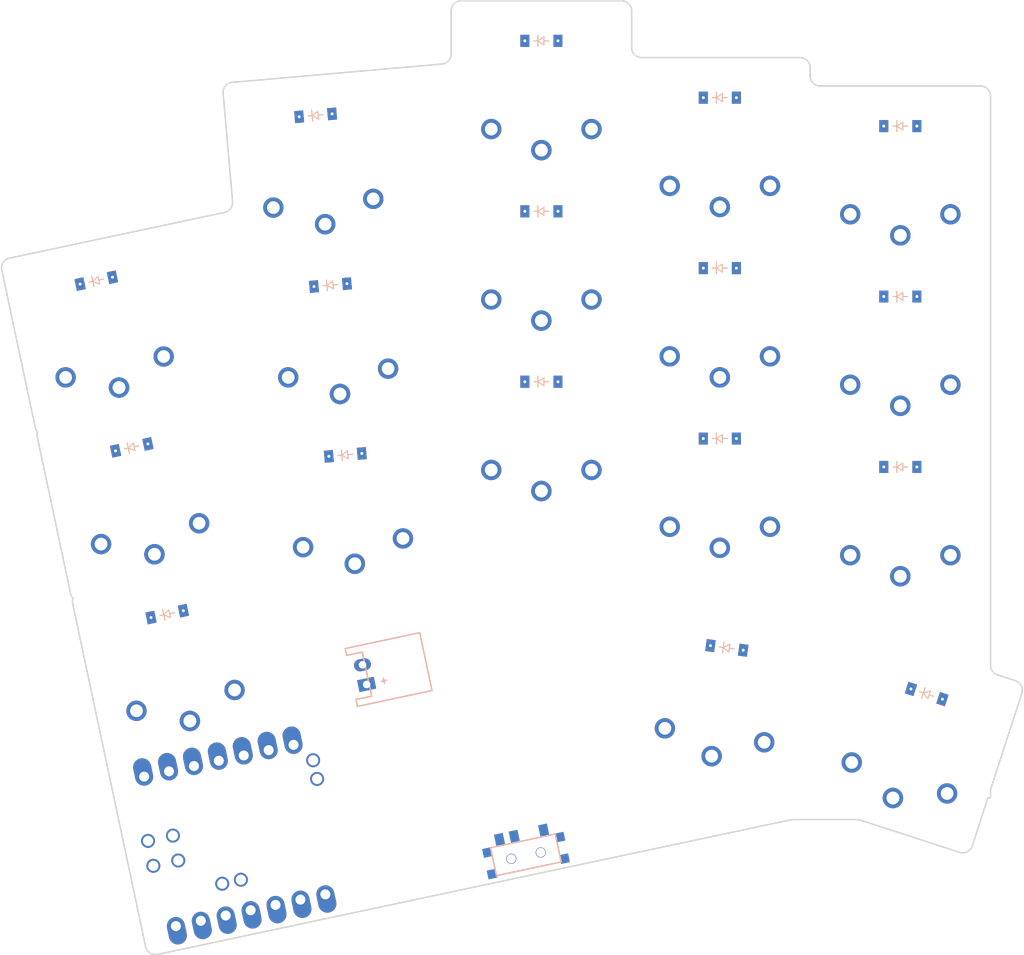
<source format=kicad_pcb>
(kicad_pcb (version 20171130) (host pcbnew 5.1.6)
  (title_block (title a_quax) (rev v1.0.0) (company Unknown))
  (layers (0 F.Cu signal) (31 B.Cu signal) (34 B.Paste user) (35 F.Paste user) (36 B.SilkS user) (37 F.SilkS user) (38 B.Mask user) (39 F.Mask user) (44 Edge.Cuts user))
  (net 0 "")
  (net 1 "pinky_bottom")
  (net 2 "P2")
  (net 3 "P7")
  (net 4 "pinky_home")
  (net 5 "P8")
  (net 6 "pinky_top")
  (net 7 "P9")
  (net 8 "ring_bottom")
  (net 9 "P3")
  (net 10 "ring_home")
  (net 11 "ring_top")
  (net 12 "middle_bottom")
  (net 13 "P4")
  (net 14 "middle_home")
  (net 15 "middle_top")
  (net 16 "index_bottom")
  (net 17 "P5")
  (net 18 "index_home")
  (net 19 "index_top")
  (net 20 "inner_bottom")
  (net 21 "P6")
  (net 22 "inner_home")
  (net 23 "inner_top")
  (net 24 "first_only")
  (net 25 "P10")
  (net 26 "second_only")
  (net 27 "VCC5")
  (net 28 "GND")
  (net 29 "VCC3")
  (net 30 "RST")
  (net 31 "RAW")
  (net 32 "NFC0")
  (net 33 "NFC1")
  (net 34 "CLK")
  (net 35 "DIO")
  (net 36 "P0")
  (net 37 "P1")
  (net 38 "RAWER")
  (module PG1350 (layer F.Cu) (at 14.4655013 0.3714908000000001 192)
    (fp_text reference "S1" hide)
    (fp_text value "" hide)
    (pad "" np_thru_hole circle (at 0 0) (size 3.429 3.429) (drill 3.429) (layers *.Cu *.Mask))
    (pad "" np_thru_hole circle (at 5.5 0) (size 1.7018 1.7018) (drill 1.7018) (layers *.Cu *.Mask))
    (pad "" np_thru_hole circle (at -5.5 0) (size 1.7018 1.7018) (drill 1.7018) (layers *.Cu *.Mask))
    (pad 1 thru_hole circle (at 5 -3.8) (size 2.032 2.032) (drill 1.27) (layers *.Cu *.Mask) (net 1 "pinky_bottom"))
    (pad 2 thru_hole circle (at 0 -5.9) (size 2.032 2.032) (drill 1.27) (layers *.Cu *.Mask) (net 2 "P2"))
    (pad 1 thru_hole circle (at -5 -3.8) (size 2.032 2.032) (drill 1.27) (layers *.Cu *.Mask) (net 1 "pinky_bottom"))
    (pad 2 thru_hole circle (at -0 -5.9) (size 2.032 2.032) (drill 1.27) (layers *.Cu *.Mask) (net 2 "P2"))
  )
  (footprint "ComboDiode" (layer "F.Cu") (at 13.4259428 -4.5192472 12)
    (fp_text reference "D1" hide)
    (fp_text value "" hide)
    (pad 1 thru_hole circle (at -1.65 0 12) (size 0.6 0.6) (drill 0.3) (layers *.Cu *.Mask) (net 3 "P7"))
    (pad 1 smd rect (at -1.65 0 12) (size 0.9 1.2) (layers "B.Cu" "B.Paste" "B.Mask") (net 3 "P7"))
    (pad 1 smd rect (at -1.65 0 12) (size 0.9 1.2) (layers "F.Cu" "F.Paste" "F.Mask") (net 3 "P7"))
    (pad 2 smd rect (at 1.65 0 12) (size 0.9 1.2) (layers "F.Cu" "F.Paste" "F.Mask") (net 1 "pinky_bottom"))
    (pad 2 smd rect (at 1.65 0 12) (size 0.9 1.2) (layers "B.Cu" "B.Paste" "B.Mask") (net 1 "pinky_bottom"))
    (pad 2 thru_hole circle (at 1.65 0 12) (size 0.6 0.6) (drill 0.3) (layers *.Cu *.Mask) (net 1 "pinky_bottom"))
  )
  (module PG1350 (layer F.Cu) (at 10.9310025 -16.2570184 192)
    (fp_text reference "S2" hide)
    (fp_text value "" hide)
    (pad "" np_thru_hole circle (at 0 0) (size 3.429 3.429) (drill 3.429) (layers *.Cu *.Mask))
    (pad "" np_thru_hole circle (at 5.5 0) (size 1.7018 1.7018) (drill 1.7018) (layers *.Cu *.Mask))
    (pad "" np_thru_hole circle (at -5.5 0) (size 1.7018 1.7018) (drill 1.7018) (layers *.Cu *.Mask))
    (pad 1 thru_hole circle (at 5 -3.8) (size 2.032 2.032) (drill 1.27) (layers *.Cu *.Mask) (net 4 "pinky_home"))
    (pad 2 thru_hole circle (at 0 -5.9) (size 2.032 2.032) (drill 1.27) (layers *.Cu *.Mask) (net 2 "P2"))
    (pad 1 thru_hole circle (at -5 -3.8) (size 2.032 2.032) (drill 1.27) (layers *.Cu *.Mask) (net 4 "pinky_home"))
    (pad 2 thru_hole circle (at -0 -5.9) (size 2.032 2.032) (drill 1.27) (layers *.Cu *.Mask) (net 2 "P2"))
  )
  (footprint "ComboDiode" (layer "F.Cu") (at 9.891444 -21.1477564 12)
    (fp_text reference "D2" hide)
    (fp_text value "" hide)
    (pad 1 thru_hole circle (at -1.65 0 12) (size 0.6 0.6) (drill 0.3) (layers *.Cu *.Mask) (net 5 "P8"))
    (pad 1 smd rect (at -1.65 0 12) (size 0.9 1.2) (layers "B.Cu" "B.Paste" "B.Mask") (net 5 "P8"))
    (pad 1 smd rect (at -1.65 0 12) (size 0.9 1.2) (layers "F.Cu" "F.Paste" "F.Mask") (net 5 "P8"))
    (pad 2 smd rect (at 1.65 0 12) (size 0.9 1.2) (layers "F.Cu" "F.Paste" "F.Mask") (net 4 "pinky_home"))
    (pad 2 smd rect (at 1.65 0 12) (size 0.9 1.2) (layers "B.Cu" "B.Paste" "B.Mask") (net 4 "pinky_home"))
    (pad 2 thru_hole circle (at 1.65 0 12) (size 0.6 0.6) (drill 0.3) (layers *.Cu *.Mask) (net 4 "pinky_home"))
  )
  (module PG1350 (layer F.Cu) (at 7.3965038 -32.8855276 192)
    (fp_text reference "S3" hide)
    (fp_text value "" hide)
    (pad "" np_thru_hole circle (at 0 0) (size 3.429 3.429) (drill 3.429) (layers *.Cu *.Mask))
    (pad "" np_thru_hole circle (at 5.5 0) (size 1.7018 1.7018) (drill 1.7018) (layers *.Cu *.Mask))
    (pad "" np_thru_hole circle (at -5.5 0) (size 1.7018 1.7018) (drill 1.7018) (layers *.Cu *.Mask))
    (pad 1 thru_hole circle (at 5 -3.8) (size 2.032 2.032) (drill 1.27) (layers *.Cu *.Mask) (net 6 "pinky_top"))
    (pad 2 thru_hole circle (at 0 -5.9) (size 2.032 2.032) (drill 1.27) (layers *.Cu *.Mask) (net 2 "P2"))
    (pad 1 thru_hole circle (at -5 -3.8) (size 2.032 2.032) (drill 1.27) (layers *.Cu *.Mask) (net 6 "pinky_top"))
    (pad 2 thru_hole circle (at -0 -5.9) (size 2.032 2.032) (drill 1.27) (layers *.Cu *.Mask) (net 2 "P2"))
  )
  (footprint "ComboDiode" (layer "F.Cu") (at 6.3569453 -37.7762656 12)
    (fp_text reference "D3" hide)
    (fp_text value "" hide)
    (pad 1 thru_hole circle (at -1.65 0 12) (size 0.6 0.6) (drill 0.3) (layers *.Cu *.Mask) (net 7 "P9"))
    (pad 1 smd rect (at -1.65 0 12) (size 0.9 1.2) (layers "B.Cu" "B.Paste" "B.Mask") (net 7 "P9"))
    (pad 1 smd rect (at -1.65 0 12) (size 0.9 1.2) (layers "F.Cu" "F.Paste" "F.Mask") (net 7 "P9"))
    (pad 2 smd rect (at 1.65 0 12) (size 0.9 1.2) (layers "F.Cu" "F.Paste" "F.Mask") (net 6 "pinky_top"))
    (pad 2 smd rect (at 1.65 0 12) (size 0.9 1.2) (layers "B.Cu" "B.Paste" "B.Mask") (net 6 "pinky_top"))
    (pad 2 thru_hole circle (at 1.65 0 12) (size 0.6 0.6) (drill 0.3) (layers *.Cu *.Mask) (net 6 "pinky_top"))
  )
  (module PG1350 (layer F.Cu) (at 31.6300689 -15.4154915 185)
    (fp_text reference "S4" hide)
    (fp_text value "" hide)
    (pad "" np_thru_hole circle (at 0 0) (size 3.429 3.429) (drill 3.429) (layers *.Cu *.Mask))
    (pad "" np_thru_hole circle (at 5.5 0) (size 1.7018 1.7018) (drill 1.7018) (layers *.Cu *.Mask))
    (pad "" np_thru_hole circle (at -5.5 0) (size 1.7018 1.7018) (drill 1.7018) (layers *.Cu *.Mask))
    (pad 1 thru_hole circle (at 5 -3.8) (size 2.032 2.032) (drill 1.27) (layers *.Cu *.Mask) (net 8 "ring_bottom"))
    (pad 2 thru_hole circle (at 0 -5.9) (size 2.032 2.032) (drill 1.27) (layers *.Cu *.Mask) (net 9 "P3"))
    (pad 1 thru_hole circle (at -5 -3.8) (size 2.032 2.032) (drill 1.27) (layers *.Cu *.Mask) (net 8 "ring_bottom"))
    (pad 2 thru_hole circle (at -0 -5.9) (size 2.032 2.032) (drill 1.27) (layers *.Cu *.Mask) (net 9 "P3"))
  )
  (footprint "ComboDiode" (layer "F.Cu") (at 31.1942902 -20.396465 5)
    (fp_text reference "D4" hide)
    (fp_text value "" hide)
    (pad 1 thru_hole circle (at -1.65 0 5) (size 0.6 0.6) (drill 0.3) (layers *.Cu *.Mask) (net 3 "P7"))
    (pad 1 smd rect (at -1.65 0 5) (size 0.9 1.2) (layers "B.Cu" "B.Paste" "B.Mask") (net 3 "P7"))
    (pad 1 smd rect (at -1.65 0 5) (size 0.9 1.2) (layers "F.Cu" "F.Paste" "F.Mask") (net 3 "P7"))
    (pad 2 smd rect (at 1.65 0 5) (size 0.9 1.2) (layers "F.Cu" "F.Paste" "F.Mask") (net 8 "ring_bottom"))
    (pad 2 smd rect (at 1.65 0 5) (size 0.9 1.2) (layers "B.Cu" "B.Paste" "B.Mask") (net 8 "ring_bottom"))
    (pad 2 thru_hole circle (at 1.65 0 5) (size 0.6 0.6) (drill 0.3) (layers *.Cu *.Mask) (net 8 "ring_bottom"))
  )
  (module PG1350 (layer F.Cu) (at 30.1484212 -32.3508014 185)
    (fp_text reference "S5" hide)
    (fp_text value "" hide)
    (pad "" np_thru_hole circle (at 0 0) (size 3.429 3.429) (drill 3.429) (layers *.Cu *.Mask))
    (pad "" np_thru_hole circle (at 5.5 0) (size 1.7018 1.7018) (drill 1.7018) (layers *.Cu *.Mask))
    (pad "" np_thru_hole circle (at -5.5 0) (size 1.7018 1.7018) (drill 1.7018) (layers *.Cu *.Mask))
    (pad 1 thru_hole circle (at 5 -3.8) (size 2.032 2.032) (drill 1.27) (layers *.Cu *.Mask) (net 10 "ring_home"))
    (pad 2 thru_hole circle (at 0 -5.9) (size 2.032 2.032) (drill 1.27) (layers *.Cu *.Mask) (net 9 "P3"))
    (pad 1 thru_hole circle (at -5 -3.8) (size 2.032 2.032) (drill 1.27) (layers *.Cu *.Mask) (net 10 "ring_home"))
    (pad 2 thru_hole circle (at -0 -5.9) (size 2.032 2.032) (drill 1.27) (layers *.Cu *.Mask) (net 9 "P3"))
  )
  (footprint "ComboDiode" (layer "F.Cu") (at 29.7126425 -37.3317749 5)
    (fp_text reference "D5" hide)
    (fp_text value "" hide)
    (pad 1 thru_hole circle (at -1.65 0 5) (size 0.6 0.6) (drill 0.3) (layers *.Cu *.Mask) (net 5 "P8"))
    (pad 1 smd rect (at -1.65 0 5) (size 0.9 1.2) (layers "B.Cu" "B.Paste" "B.Mask") (net 5 "P8"))
    (pad 1 smd rect (at -1.65 0 5) (size 0.9 1.2) (layers "F.Cu" "F.Paste" "F.Mask") (net 5 "P8"))
    (pad 2 smd rect (at 1.65 0 5) (size 0.9 1.2) (layers "F.Cu" "F.Paste" "F.Mask") (net 10 "ring_home"))
    (pad 2 smd rect (at 1.65 0 5) (size 0.9 1.2) (layers "B.Cu" "B.Paste" "B.Mask") (net 10 "ring_home"))
    (pad 2 thru_hole circle (at 1.65 0 5) (size 0.6 0.6) (drill 0.3) (layers *.Cu *.Mask) (net 10 "ring_home"))
  )
  (module PG1350 (layer F.Cu) (at 28.6667737 -49.2861113 185)
    (fp_text reference "S6" hide)
    (fp_text value "" hide)
    (pad "" np_thru_hole circle (at 0 0) (size 3.429 3.429) (drill 3.429) (layers *.Cu *.Mask))
    (pad "" np_thru_hole circle (at 5.5 0) (size 1.7018 1.7018) (drill 1.7018) (layers *.Cu *.Mask))
    (pad "" np_thru_hole circle (at -5.5 0) (size 1.7018 1.7018) (drill 1.7018) (layers *.Cu *.Mask))
    (pad 1 thru_hole circle (at 5 -3.8) (size 2.032 2.032) (drill 1.27) (layers *.Cu *.Mask) (net 11 "ring_top"))
    (pad 2 thru_hole circle (at 0 -5.9) (size 2.032 2.032) (drill 1.27) (layers *.Cu *.Mask) (net 9 "P3"))
    (pad 1 thru_hole circle (at -5 -3.8) (size 2.032 2.032) (drill 1.27) (layers *.Cu *.Mask) (net 11 "ring_top"))
    (pad 2 thru_hole circle (at -0 -5.9) (size 2.032 2.032) (drill 1.27) (layers *.Cu *.Mask) (net 9 "P3"))
  )
  (footprint "ComboDiode" (layer "F.Cu") (at 28.230995 -54.2670848 5)
    (fp_text reference "D6" hide)
    (fp_text value "" hide)
    (pad 1 thru_hole circle (at -1.65 0 5) (size 0.6 0.6) (drill 0.3) (layers *.Cu *.Mask) (net 7 "P9"))
    (pad 1 smd rect (at -1.65 0 5) (size 0.9 1.2) (layers "B.Cu" "B.Paste" "B.Mask") (net 7 "P9"))
    (pad 1 smd rect (at -1.65 0 5) (size 0.9 1.2) (layers "F.Cu" "F.Paste" "F.Mask") (net 7 "P9"))
    (pad 2 smd rect (at 1.65 0 5) (size 0.9 1.2) (layers "F.Cu" "F.Paste" "F.Mask") (net 11 "ring_top"))
    (pad 2 smd rect (at 1.65 0 5) (size 0.9 1.2) (layers "B.Cu" "B.Paste" "B.Mask") (net 11 "ring_top"))
    (pad 2 thru_hole circle (at 1.65 0 5) (size 0.6 0.6) (drill 0.3) (layers *.Cu *.Mask) (net 11 "ring_top"))
  )
  (module PG1350 (layer F.Cu) (at 50.7493385 -22.6940883 180)
    (fp_text reference "S7" hide)
    (fp_text value "" hide)
    (pad "" np_thru_hole circle (at 0 0) (size 3.429 3.429) (drill 3.429) (layers *.Cu *.Mask))
    (pad "" np_thru_hole circle (at 5.5 0) (size 1.7018 1.7018) (drill 1.7018) (layers *.Cu *.Mask))
    (pad "" np_thru_hole circle (at -5.5 0) (size 1.7018 1.7018) (drill 1.7018) (layers *.Cu *.Mask))
    (pad 1 thru_hole circle (at 5 -3.8) (size 2.032 2.032) (drill 1.27) (layers *.Cu *.Mask) (net 12 "middle_bottom"))
    (pad 2 thru_hole circle (at 0 -5.9) (size 2.032 2.032) (drill 1.27) (layers *.Cu *.Mask) (net 13 "P4"))
    (pad 1 thru_hole circle (at -5 -3.8) (size 2.032 2.032) (drill 1.27) (layers *.Cu *.Mask) (net 12 "middle_bottom"))
    (pad 2 thru_hole circle (at -0 -5.9) (size 2.032 2.032) (drill 1.27) (layers *.Cu *.Mask) (net 13 "P4"))
  )
  (footprint "ComboDiode" (layer "F.Cu") (at 50.7493385 -27.6940883 0)
    (fp_text reference "D7" hide)
    (fp_text value "" hide)
    (pad 1 thru_hole circle (at -1.65 0 0) (size 0.6 0.6) (drill 0.3) (layers *.Cu *.Mask) (net 3 "P7"))
    (pad 1 smd rect (at -1.65 0 0) (size 0.9 1.2) (layers "B.Cu" "B.Paste" "B.Mask") (net 3 "P7"))
    (pad 1 smd rect (at -1.65 0 0) (size 0.9 1.2) (layers "F.Cu" "F.Paste" "F.Mask") (net 3 "P7"))
    (pad 2 smd rect (at 1.65 0 0) (size 0.9 1.2) (layers "F.Cu" "F.Paste" "F.Mask") (net 12 "middle_bottom"))
    (pad 2 smd rect (at 1.65 0 0) (size 0.9 1.2) (layers "B.Cu" "B.Paste" "B.Mask") (net 12 "middle_bottom"))
    (pad 2 thru_hole circle (at 1.65 0 0) (size 0.6 0.6) (drill 0.3) (layers *.Cu *.Mask) (net 12 "middle_bottom"))
  )
  (module PG1350 (layer F.Cu) (at 50.7493386 -39.6940883 180)
    (fp_text reference "S8" hide)
    (fp_text value "" hide)
    (pad "" np_thru_hole circle (at 0 0) (size 3.429 3.429) (drill 3.429) (layers *.Cu *.Mask))
    (pad "" np_thru_hole circle (at 5.5 0) (size 1.7018 1.7018) (drill 1.7018) (layers *.Cu *.Mask))
    (pad "" np_thru_hole circle (at -5.5 0) (size 1.7018 1.7018) (drill 1.7018) (layers *.Cu *.Mask))
    (pad 1 thru_hole circle (at 5 -3.8) (size 2.032 2.032) (drill 1.27) (layers *.Cu *.Mask) (net 14 "middle_home"))
    (pad 2 thru_hole circle (at 0 -5.9) (size 2.032 2.032) (drill 1.27) (layers *.Cu *.Mask) (net 13 "P4"))
    (pad 1 thru_hole circle (at -5 -3.8) (size 2.032 2.032) (drill 1.27) (layers *.Cu *.Mask) (net 14 "middle_home"))
    (pad 2 thru_hole circle (at -0 -5.9) (size 2.032 2.032) (drill 1.27) (layers *.Cu *.Mask) (net 13 "P4"))
  )
  (footprint "ComboDiode" (layer "F.Cu") (at 50.7493386 -44.6940883 0)
    (fp_text reference "D8" hide)
    (fp_text value "" hide)
    (pad 1 thru_hole circle (at -1.65 0 0) (size 0.6 0.6) (drill 0.3) (layers *.Cu *.Mask) (net 5 "P8"))
    (pad 1 smd rect (at -1.65 0 0) (size 0.9 1.2) (layers "B.Cu" "B.Paste" "B.Mask") (net 5 "P8"))
    (pad 1 smd rect (at -1.65 0 0) (size 0.9 1.2) (layers "F.Cu" "F.Paste" "F.Mask") (net 5 "P8"))
    (pad 2 smd rect (at 1.65 0 0) (size 0.9 1.2) (layers "F.Cu" "F.Paste" "F.Mask") (net 14 "middle_home"))
    (pad 2 smd rect (at 1.65 0 0) (size 0.9 1.2) (layers "B.Cu" "B.Paste" "B.Mask") (net 14 "middle_home"))
    (pad 2 thru_hole circle (at 1.65 0 0) (size 0.6 0.6) (drill 0.3) (layers *.Cu *.Mask) (net 14 "middle_home"))
  )
  (module PG1350 (layer F.Cu) (at 50.7493386 -56.6940884 180)
    (fp_text reference "S9" hide)
    (fp_text value "" hide)
    (pad "" np_thru_hole circle (at 0 0) (size 3.429 3.429) (drill 3.429) (layers *.Cu *.Mask))
    (pad "" np_thru_hole circle (at 5.5 0) (size 1.7018 1.7018) (drill 1.7018) (layers *.Cu *.Mask))
    (pad "" np_thru_hole circle (at -5.5 0) (size 1.7018 1.7018) (drill 1.7018) (layers *.Cu *.Mask))
    (pad 1 thru_hole circle (at 5 -3.8) (size 2.032 2.032) (drill 1.27) (layers *.Cu *.Mask) (net 15 "middle_top"))
    (pad 2 thru_hole circle (at 0 -5.9) (size 2.032 2.032) (drill 1.27) (layers *.Cu *.Mask) (net 13 "P4"))
    (pad 1 thru_hole circle (at -5 -3.8) (size 2.032 2.032) (drill 1.27) (layers *.Cu *.Mask) (net 15 "middle_top"))
    (pad 2 thru_hole circle (at -0 -5.9) (size 2.032 2.032) (drill 1.27) (layers *.Cu *.Mask) (net 13 "P4"))
  )
  (footprint "ComboDiode" (layer "F.Cu") (at 50.7493386 -61.6940884 0)
    (fp_text reference "D9" hide)
    (fp_text value "" hide)
    (pad 1 thru_hole circle (at -1.65 0 0) (size 0.6 0.6) (drill 0.3) (layers *.Cu *.Mask) (net 7 "P9"))
    (pad 1 smd rect (at -1.65 0 0) (size 0.9 1.2) (layers "B.Cu" "B.Paste" "B.Mask") (net 7 "P9"))
    (pad 1 smd rect (at -1.65 0 0) (size 0.9 1.2) (layers "F.Cu" "F.Paste" "F.Mask") (net 7 "P9"))
    (pad 2 smd rect (at 1.65 0 0) (size 0.9 1.2) (layers "F.Cu" "F.Paste" "F.Mask") (net 15 "middle_top"))
    (pad 2 smd rect (at 1.65 0 0) (size 0.9 1.2) (layers "B.Cu" "B.Paste" "B.Mask") (net 15 "middle_top"))
    (pad 2 thru_hole circle (at 1.65 0 0) (size 0.6 0.6) (drill 0.3) (layers *.Cu *.Mask) (net 15 "middle_top"))
  )
  (module PG1350 (layer F.Cu) (at 68.5493385 -17.0274216 180)
    (fp_text reference "S10" hide)
    (fp_text value "" hide)
    (pad "" np_thru_hole circle (at 0 0) (size 3.429 3.429) (drill 3.429) (layers *.Cu *.Mask))
    (pad "" np_thru_hole circle (at 5.5 0) (size 1.7018 1.7018) (drill 1.7018) (layers *.Cu *.Mask))
    (pad "" np_thru_hole circle (at -5.5 0) (size 1.7018 1.7018) (drill 1.7018) (layers *.Cu *.Mask))
    (pad 1 thru_hole circle (at 5 -3.8) (size 2.032 2.032) (drill 1.27) (layers *.Cu *.Mask) (net 16 "index_bottom"))
    (pad 2 thru_hole circle (at 0 -5.9) (size 2.032 2.032) (drill 1.27) (layers *.Cu *.Mask) (net 17 "P5"))
    (pad 1 thru_hole circle (at -5 -3.8) (size 2.032 2.032) (drill 1.27) (layers *.Cu *.Mask) (net 16 "index_bottom"))
    (pad 2 thru_hole circle (at -0 -5.9) (size 2.032 2.032) (drill 1.27) (layers *.Cu *.Mask) (net 17 "P5"))
  )
  (footprint "ComboDiode" (layer "F.Cu") (at 68.5493385 -22.0274216 0)
    (fp_text reference "D10" hide)
    (fp_text value "" hide)
    (pad 1 thru_hole circle (at -1.65 0 0) (size 0.6 0.6) (drill 0.3) (layers *.Cu *.Mask) (net 3 "P7"))
    (pad 1 smd rect (at -1.65 0 0) (size 0.9 1.2) (layers "B.Cu" "B.Paste" "B.Mask") (net 3 "P7"))
    (pad 1 smd rect (at -1.65 0 0) (size 0.9 1.2) (layers "F.Cu" "F.Paste" "F.Mask") (net 3 "P7"))
    (pad 2 smd rect (at 1.65 0 0) (size 0.9 1.2) (layers "F.Cu" "F.Paste" "F.Mask") (net 16 "index_bottom"))
    (pad 2 smd rect (at 1.65 0 0) (size 0.9 1.2) (layers "B.Cu" "B.Paste" "B.Mask") (net 16 "index_bottom"))
    (pad 2 thru_hole circle (at 1.65 0 0) (size 0.6 0.6) (drill 0.3) (layers *.Cu *.Mask) (net 16 "index_bottom"))
  )
  (module PG1350 (layer F.Cu) (at 68.5493385 -34.0274216 180)
    (fp_text reference "S11" hide)
    (fp_text value "" hide)
    (pad "" np_thru_hole circle (at 0 0) (size 3.429 3.429) (drill 3.429) (layers *.Cu *.Mask))
    (pad "" np_thru_hole circle (at 5.5 0) (size 1.7018 1.7018) (drill 1.7018) (layers *.Cu *.Mask))
    (pad "" np_thru_hole circle (at -5.5 0) (size 1.7018 1.7018) (drill 1.7018) (layers *.Cu *.Mask))
    (pad 1 thru_hole circle (at 5 -3.8) (size 2.032 2.032) (drill 1.27) (layers *.Cu *.Mask) (net 18 "index_home"))
    (pad 2 thru_hole circle (at 0 -5.9) (size 2.032 2.032) (drill 1.27) (layers *.Cu *.Mask) (net 17 "P5"))
    (pad 1 thru_hole circle (at -5 -3.8) (size 2.032 2.032) (drill 1.27) (layers *.Cu *.Mask) (net 18 "index_home"))
    (pad 2 thru_hole circle (at -0 -5.9) (size 2.032 2.032) (drill 1.27) (layers *.Cu *.Mask) (net 17 "P5"))
  )
  (footprint "ComboDiode" (layer "F.Cu") (at 68.5493385 -39.0274216 0)
    (fp_text reference "D11" hide)
    (fp_text value "" hide)
    (pad 1 thru_hole circle (at -1.65 0 0) (size 0.6 0.6) (drill 0.3) (layers *.Cu *.Mask) (net 5 "P8"))
    (pad 1 smd rect (at -1.65 0 0) (size 0.9 1.2) (layers "B.Cu" "B.Paste" "B.Mask") (net 5 "P8"))
    (pad 1 smd rect (at -1.65 0 0) (size 0.9 1.2) (layers "F.Cu" "F.Paste" "F.Mask") (net 5 "P8"))
    (pad 2 smd rect (at 1.65 0 0) (size 0.9 1.2) (layers "F.Cu" "F.Paste" "F.Mask") (net 18 "index_home"))
    (pad 2 smd rect (at 1.65 0 0) (size 0.9 1.2) (layers "B.Cu" "B.Paste" "B.Mask") (net 18 "index_home"))
    (pad 2 thru_hole circle (at 1.65 0 0) (size 0.6 0.6) (drill 0.3) (layers *.Cu *.Mask) (net 18 "index_home"))
  )
  (module PG1350 (layer F.Cu) (at 68.5493386 -51.0274217 180)
    (fp_text reference "S12" hide)
    (fp_text value "" hide)
    (pad "" np_thru_hole circle (at 0 0) (size 3.429 3.429) (drill 3.429) (layers *.Cu *.Mask))
    (pad "" np_thru_hole circle (at 5.5 0) (size 1.7018 1.7018) (drill 1.7018) (layers *.Cu *.Mask))
    (pad "" np_thru_hole circle (at -5.5 0) (size 1.7018 1.7018) (drill 1.7018) (layers *.Cu *.Mask))
    (pad 1 thru_hole circle (at 5 -3.8) (size 2.032 2.032) (drill 1.27) (layers *.Cu *.Mask) (net 19 "index_top"))
    (pad 2 thru_hole circle (at 0 -5.9) (size 2.032 2.032) (drill 1.27) (layers *.Cu *.Mask) (net 17 "P5"))
    (pad 1 thru_hole circle (at -5 -3.8) (size 2.032 2.032) (drill 1.27) (layers *.Cu *.Mask) (net 19 "index_top"))
    (pad 2 thru_hole circle (at -0 -5.9) (size 2.032 2.032) (drill 1.27) (layers *.Cu *.Mask) (net 17 "P5"))
  )
  (footprint "ComboDiode" (layer "F.Cu") (at 68.5493386 -56.0274217 0)
    (fp_text reference "D12" hide)
    (fp_text value "" hide)
    (pad 1 thru_hole circle (at -1.65 0 0) (size 0.6 0.6) (drill 0.3) (layers *.Cu *.Mask) (net 7 "P9"))
    (pad 1 smd rect (at -1.65 0 0) (size 0.9 1.2) (layers "B.Cu" "B.Paste" "B.Mask") (net 7 "P9"))
    (pad 1 smd rect (at -1.65 0 0) (size 0.9 1.2) (layers "F.Cu" "F.Paste" "F.Mask") (net 7 "P9"))
    (pad 2 smd rect (at 1.65 0 0) (size 0.9 1.2) (layers "F.Cu" "F.Paste" "F.Mask") (net 19 "index_top"))
    (pad 2 smd rect (at 1.65 0 0) (size 0.9 1.2) (layers "B.Cu" "B.Paste" "B.Mask") (net 19 "index_top"))
    (pad 2 thru_hole circle (at 1.65 0 0) (size 0.6 0.6) (drill 0.3) (layers *.Cu *.Mask) (net 19 "index_top"))
  )
  (module PG1350 (layer F.Cu) (at 86.5493385 -14.1940883 180)
    (fp_text reference "S13" hide)
    (fp_text value "" hide)
    (pad "" np_thru_hole circle (at 0 0) (size 3.429 3.429) (drill 3.429) (layers *.Cu *.Mask))
    (pad "" np_thru_hole circle (at 5.5 0) (size 1.7018 1.7018) (drill 1.7018) (layers *.Cu *.Mask))
    (pad "" np_thru_hole circle (at -5.5 0) (size 1.7018 1.7018) (drill 1.7018) (layers *.Cu *.Mask))
    (pad 1 thru_hole circle (at 5 -3.8) (size 2.032 2.032) (drill 1.27) (layers *.Cu *.Mask) (net 20 "inner_bottom"))
    (pad 2 thru_hole circle (at 0 -5.9) (size 2.032 2.032) (drill 1.27) (layers *.Cu *.Mask) (net 21 "P6"))
    (pad 1 thru_hole circle (at -5 -3.8) (size 2.032 2.032) (drill 1.27) (layers *.Cu *.Mask) (net 20 "inner_bottom"))
    (pad 2 thru_hole circle (at -0 -5.9) (size 2.032 2.032) (drill 1.27) (layers *.Cu *.Mask) (net 21 "P6"))
  )
  (footprint "ComboDiode" (layer "F.Cu") (at 86.5493385 -19.1940883 0)
    (fp_text reference "D13" hide)
    (fp_text value "" hide)
    (pad 1 thru_hole circle (at -1.65 0 0) (size 0.6 0.6) (drill 0.3) (layers *.Cu *.Mask) (net 3 "P7"))
    (pad 1 smd rect (at -1.65 0 0) (size 0.9 1.2) (layers "B.Cu" "B.Paste" "B.Mask") (net 3 "P7"))
    (pad 1 smd rect (at -1.65 0 0) (size 0.9 1.2) (layers "F.Cu" "F.Paste" "F.Mask") (net 3 "P7"))
    (pad 2 smd rect (at 1.65 0 0) (size 0.9 1.2) (layers "F.Cu" "F.Paste" "F.Mask") (net 20 "inner_bottom"))
    (pad 2 smd rect (at 1.65 0 0) (size 0.9 1.2) (layers "B.Cu" "B.Paste" "B.Mask") (net 20 "inner_bottom"))
    (pad 2 thru_hole circle (at 1.65 0 0) (size 0.6 0.6) (drill 0.3) (layers *.Cu *.Mask) (net 20 "inner_bottom"))
  )
  (module PG1350 (layer F.Cu) (at 86.5493385 -31.194088400000002 180)
    (fp_text reference "S14" hide)
    (fp_text value "" hide)
    (pad "" np_thru_hole circle (at 0 0) (size 3.429 3.429) (drill 3.429) (layers *.Cu *.Mask))
    (pad "" np_thru_hole circle (at 5.5 0) (size 1.7018 1.7018) (drill 1.7018) (layers *.Cu *.Mask))
    (pad "" np_thru_hole circle (at -5.5 0) (size 1.7018 1.7018) (drill 1.7018) (layers *.Cu *.Mask))
    (pad 1 thru_hole circle (at 5 -3.8) (size 2.032 2.032) (drill 1.27) (layers *.Cu *.Mask) (net 22 "inner_home"))
    (pad 2 thru_hole circle (at 0 -5.9) (size 2.032 2.032) (drill 1.27) (layers *.Cu *.Mask) (net 21 "P6"))
    (pad 1 thru_hole circle (at -5 -3.8) (size 2.032 2.032) (drill 1.27) (layers *.Cu *.Mask) (net 22 "inner_home"))
    (pad 2 thru_hole circle (at -0 -5.9) (size 2.032 2.032) (drill 1.27) (layers *.Cu *.Mask) (net 21 "P6"))
  )
  (footprint "ComboDiode" (layer "F.Cu") (at 86.5493385 -36.1940884 0)
    (fp_text reference "D14" hide)
    (fp_text value "" hide)
    (pad 1 thru_hole circle (at -1.65 0 0) (size 0.6 0.6) (drill 0.3) (layers *.Cu *.Mask) (net 5 "P8"))
    (pad 1 smd rect (at -1.65 0 0) (size 0.9 1.2) (layers "B.Cu" "B.Paste" "B.Mask") (net 5 "P8"))
    (pad 1 smd rect (at -1.65 0 0) (size 0.9 1.2) (layers "F.Cu" "F.Paste" "F.Mask") (net 5 "P8"))
    (pad 2 smd rect (at 1.65 0 0) (size 0.9 1.2) (layers "F.Cu" "F.Paste" "F.Mask") (net 22 "inner_home"))
    (pad 2 smd rect (at 1.65 0 0) (size 0.9 1.2) (layers "B.Cu" "B.Paste" "B.Mask") (net 22 "inner_home"))
    (pad 2 thru_hole circle (at 1.65 0 0) (size 0.6 0.6) (drill 0.3) (layers *.Cu *.Mask) (net 22 "inner_home"))
  )
  (module PG1350 (layer F.Cu) (at 86.5493385 -48.1940883 180)
    (fp_text reference "S15" hide)
    (fp_text value "" hide)
    (pad "" np_thru_hole circle (at 0 0) (size 3.429 3.429) (drill 3.429) (layers *.Cu *.Mask))
    (pad "" np_thru_hole circle (at 5.5 0) (size 1.7018 1.7018) (drill 1.7018) (layers *.Cu *.Mask))
    (pad "" np_thru_hole circle (at -5.5 0) (size 1.7018 1.7018) (drill 1.7018) (layers *.Cu *.Mask))
    (pad 1 thru_hole circle (at 5 -3.8) (size 2.032 2.032) (drill 1.27) (layers *.Cu *.Mask) (net 23 "inner_top"))
    (pad 2 thru_hole circle (at 0 -5.9) (size 2.032 2.032) (drill 1.27) (layers *.Cu *.Mask) (net 21 "P6"))
    (pad 1 thru_hole circle (at -5 -3.8) (size 2.032 2.032) (drill 1.27) (layers *.Cu *.Mask) (net 23 "inner_top"))
    (pad 2 thru_hole circle (at -0 -5.9) (size 2.032 2.032) (drill 1.27) (layers *.Cu *.Mask) (net 21 "P6"))
  )
  (footprint "ComboDiode" (layer "F.Cu") (at 86.5493385 -53.1940883 0)
    (fp_text reference "D15" hide)
    (fp_text value "" hide)
    (pad 1 thru_hole circle (at -1.65 0 0) (size 0.6 0.6) (drill 0.3) (layers *.Cu *.Mask) (net 7 "P9"))
    (pad 1 smd rect (at -1.65 0 0) (size 0.9 1.2) (layers "B.Cu" "B.Paste" "B.Mask") (net 7 "P9"))
    (pad 1 smd rect (at -1.65 0 0) (size 0.9 1.2) (layers "F.Cu" "F.Paste" "F.Mask") (net 7 "P9"))
    (pad 2 smd rect (at 1.65 0 0) (size 0.9 1.2) (layers "F.Cu" "F.Paste" "F.Mask") (net 23 "inner_top"))
    (pad 2 smd rect (at 1.65 0 0) (size 0.9 1.2) (layers "B.Cu" "B.Paste" "B.Mask") (net 23 "inner_top"))
    (pad 2 thru_hole circle (at 1.65 0 0) (size 0.6 0.6) (drill 0.3) (layers *.Cu *.Mask) (net 23 "inner_top"))
  )
  (module PG1350 (layer F.Cu) (at 68.5493385 3.8059116999999993 172)
    (fp_text reference "S16" hide)
    (fp_text value "" hide)
    (pad "" np_thru_hole circle (at 0 0) (size 3.429 3.429) (drill 3.429) (layers *.Cu *.Mask))
    (pad "" np_thru_hole circle (at 5.5 0) (size 1.7018 1.7018) (drill 1.7018) (layers *.Cu *.Mask))
    (pad "" np_thru_hole circle (at -5.5 0) (size 1.7018 1.7018) (drill 1.7018) (layers *.Cu *.Mask))
    (pad 1 thru_hole circle (at 5 -3.8) (size 2.032 2.032) (drill 1.27) (layers *.Cu *.Mask) (net 24 "first_only"))
    (pad 2 thru_hole circle (at 0 -5.9) (size 2.032 2.032) (drill 1.27) (layers *.Cu *.Mask) (net 17 "P5"))
    (pad 1 thru_hole circle (at -5 -3.8) (size 2.032 2.032) (drill 1.27) (layers *.Cu *.Mask) (net 24 "first_only"))
    (pad 2 thru_hole circle (at -0 -5.9) (size 2.032 2.032) (drill 1.27) (layers *.Cu *.Mask) (net 17 "P5"))
  )
  (footprint "ComboDiode" (layer "F.Cu") (at 69.245204 -1.1454286000000007 -8)
    (fp_text reference "D16" hide)
    (fp_text value "" hide)
    (pad 1 thru_hole circle (at -1.65 0 -8) (size 0.6 0.6) (drill 0.3) (layers *.Cu *.Mask) (net 25 "P10"))
    (pad 1 smd rect (at -1.65 0 -8) (size 0.9 1.2) (layers "B.Cu" "B.Paste" "B.Mask") (net 25 "P10"))
    (pad 1 smd rect (at -1.65 0 -8) (size 0.9 1.2) (layers "F.Cu" "F.Paste" "F.Mask") (net 25 "P10"))
    (pad 2 smd rect (at 1.65 0 -8) (size 0.9 1.2) (layers "F.Cu" "F.Paste" "F.Mask") (net 24 "first_only"))
    (pad 2 smd rect (at 1.65 0 -8) (size 0.9 1.2) (layers "B.Cu" "B.Paste" "B.Mask") (net 24 "first_only"))
    (pad 2 thru_hole circle (at 1.65 0 -8) (size 0.6 0.6) (drill 0.3) (layers *.Cu *.Mask) (net 24 "first_only"))
  )
  (module PG1350 (layer F.Cu) (at 87.6347767 8.2121323 162)
    (fp_text reference "S17" hide)
    (fp_text value "" hide)
    (pad "" np_thru_hole circle (at 0 0) (size 3.429 3.429) (drill 3.429) (layers *.Cu *.Mask))
    (pad "" np_thru_hole circle (at 5.5 0) (size 1.7018 1.7018) (drill 1.7018) (layers *.Cu *.Mask))
    (pad "" np_thru_hole circle (at -5.5 0) (size 1.7018 1.7018) (drill 1.7018) (layers *.Cu *.Mask))
    (pad 1 thru_hole circle (at 5 -3.8) (size 2.032 2.032) (drill 1.27) (layers *.Cu *.Mask) (net 26 "second_only"))
    (pad 2 thru_hole circle (at 0 -5.9) (size 2.032 2.032) (drill 1.27) (layers *.Cu *.Mask) (net 21 "P6"))
    (pad 1 thru_hole circle (at -5 -3.8) (size 2.032 2.032) (drill 1.27) (layers *.Cu *.Mask) (net 26 "second_only"))
    (pad 2 thru_hole circle (at -0 -5.9) (size 2.032 2.032) (drill 1.27) (layers *.Cu *.Mask) (net 21 "P6"))
  )
  (footprint "ComboDiode" (layer "F.Cu") (at 89.1798617 3.4568497000000002 -18)
    (fp_text reference "D17" hide)
    (fp_text value "" hide)
    (pad 1 thru_hole circle (at -1.65 0 -18) (size 0.6 0.6) (drill 0.3) (layers *.Cu *.Mask) (net 25 "P10"))
    (pad 1 smd rect (at -1.65 0 -18) (size 0.9 1.2) (layers "B.Cu" "B.Paste" "B.Mask") (net 25 "P10"))
    (pad 1 smd rect (at -1.65 0 -18) (size 0.9 1.2) (layers "F.Cu" "F.Paste" "F.Mask") (net 25 "P10"))
    (pad 2 smd rect (at 1.65 0 -18) (size 0.9 1.2) (layers "F.Cu" "F.Paste" "F.Mask") (net 26 "second_only"))
    (pad 2 smd rect (at 1.65 0 -18) (size 0.9 1.2) (layers "B.Cu" "B.Paste" "B.Mask") (net 26 "second_only"))
    (pad 2 thru_hole circle (at 1.65 0 -18) (size 0.6 0.6) (drill 0.3) (layers *.Cu *.Mask) (net 26 "second_only"))
  )
  (footprint "xiao-ble-tht" (layer "F.Cu") (at 20.1642069 17.5623242 102)
    (fp_text reference "MCU1" hide)
    (fp_text value "" hide)
    (at 20.1642069 17.5623242 102)
    (pad 1 thru_hole oval (at 7.62 -7.62 102) (size 2.75 1.8) (drill 1 (offset 0.475 0)) (layers *.Cu *.Mask) (net 27 "VCC5"))
    (pad 2 thru_hole oval (at 7.62 -5.08 102) (size 2.75 1.8) (drill 1 (offset 0.475 0)) (layers *.Cu *.Mask) (net 28 "GND"))
    (pad 3 thru_hole oval (at 7.62 -2.54 102) (size 2.75 1.8) (drill 1 (offset 0.475 0)) (layers *.Cu *.Mask) (net 29 "VCC3"))
    (pad 4 thru_hole oval (at 7.62 0 102) (size 2.75 1.8) (drill 1 (offset 0.475 0)) (layers *.Cu *.Mask) (net 25 "P10"))
    (pad 5 thru_hole oval (at 7.62 2.54 102) (size 2.75 1.8) (drill 1 (offset 0.475 0)) (layers *.Cu *.Mask) (net 7 "P9"))
    (pad 6 thru_hole oval (at 7.62 5.08 102) (size 2.75 1.8) (drill 1 (offset 0.475 0)) (layers *.Cu *.Mask) (net 5 "P8"))
    (pad 7 thru_hole oval (at 7.62 7.62 102) (size 2.75 1.8) (drill 1 (offset 0.475 0)) (layers *.Cu *.Mask) (net 3 "P7"))
    (pad 8 thru_hole circle (at 1.27 -8.572 192) (size 1.397 1.397) (drill 1.016) (layers *.Cu *.Mask) (net 34 "CLK"))
    (pad 9 thru_hole circle (at 1.27 -6.032 192) (size 1.397 1.397) (drill 1.016) (layers *.Cu *.Mask) (net 28 "GND"))
    (pad 10 thru_hole circle (at 3.81 9.208 282) (size 1.397 1.397) (drill 1.016) (layers *.Cu *.Mask) (net 32 "NFC0"))
    (pad 11 thru_hole circle (at 5.715 9.208 282) (size 1.397 1.397) (drill 1.016) (layers *.Cu *.Mask) (net 33 "NFC1"))
    (at 20.1642069 17.5623242 102)
    (pad 12 thru_hole oval (at -7.62 7.62 282) (size 2.75 1.8) (drill 1 (offset 0.475 0)) (layers *.Cu *.Mask) (net 21 "P6"))
    (pad 13 thru_hole oval (at -7.62 5.08 282) (size 2.75 1.8) (drill 1 (offset 0.475 0)) (layers *.Cu *.Mask) (net 17 "P5"))
    (pad 14 thru_hole oval (at -7.62 2.54 282) (size 2.75 1.8) (drill 1 (offset 0.475 0)) (layers *.Cu *.Mask) (net 13 "P4"))
    (pad 15 thru_hole oval (at -7.62 0 282) (size 2.75 1.8) (drill 1 (offset 0.475 0)) (layers *.Cu *.Mask) (net 9 "P3"))
    (pad 16 thru_hole oval (at -7.62 -2.54 282) (size 2.75 1.8) (drill 1 (offset 0.475 0)) (layers *.Cu *.Mask) (net 2 "P2"))
    (pad 17 thru_hole oval (at -7.62 -5.08 282) (size 2.75 1.8) (drill 1 (offset 0.475 0)) (layers *.Cu *.Mask) (net 37 "P1"))
    (pad 18 thru_hole oval (at -7.62 -7.62 282) (size 2.75 1.8) (drill 1 (offset 0.475 0)) (layers *.Cu *.Mask) (net 36 "P0"))
    (pad 19 thru_hole circle (at -1.27 -8.572 192) (size 1.397 1.397) (drill 1.016) (layers *.Cu *.Mask) (net 35 "DIO"))
    (pad 20 thru_hole circle (at -1.27 -6.032 192) (size 1.397 1.397) (drill 1.016) (layers *.Cu *.Mask) (net 30 "RST"))
    (at 20.1642069 17.5623242 102)
    (pad 21 thru_hole circle (at -4.445 -0.317 282) (size 1.397 1.397) (drill 1.016) (layers *.Cu *.Mask) (net 31 "RAW"))
    (pad 22 thru_hole circle (at -4.445 -2.222 282) (size 1.397 1.397) (drill 1.016) (layers *.Cu *.Mask) (net 28 "GND"))
  )
  (module E73:SPDT_C128955 (layer F.Cu) (at 49.2156333 19.5659777 192)
    (fp_text reference "T1" hide)
    (fp_text value "" hide)
    (pad "" np_thru_hole circle (at 1.5 0) (size 1 1) (drill 0.9) (layers *.Cu *.Mask))
    (pad "" np_thru_hole circle (at -1.5 0) (size 1 1) (drill 0.9) (layers *.Cu *.Mask))
    (pad 1 smd rect (at -2.25 2.075 192) (size 0.9 1.25) (layers B.Cu B.Paste B.Mask) (net 31 "RAW"))
    (pad 2 smd rect (at 0.75 2.075 192) (size 0.9 1.25) (layers B.Cu B.Paste B.Mask) (net 38 "RAWER"))
    (pad 3 smd rect (at 2.25 2.075 192) (size 0.9 1.25) (layers B.Cu B.Paste B.Mask))
    (pad "" smd rect (at 3.7 -1.1 192) (size 0.9 0.9) (layers B.Cu B.Paste B.Mask))
    (pad "" smd rect (at 3.7 1.1 192) (size 0.9 0.9) (layers B.Cu B.Paste B.Mask))
    (pad "" smd rect (at -3.7 1.1 192) (size 0.9 0.9) (layers B.Cu B.Paste B.Mask))
    (pad "" smd rect (at -3.7 -1.1 192) (size 0.9 0.9) (layers B.Cu B.Paste B.Mask))
  )
  (module JST_PH_S2B-PH-K_02x2.00mm_Angled (layer F.Cu) (at 33.1117166 1.5198184000000001 102)
    (fp_text reference "JST1" hide)
    (fp_text value "" hide)
    (pad 1 thru_hole rect (at -1 0 102) (size 1.2 1.7) (drill 0.75) (layers *.Cu *.Mask) (net 38 "RAWER"))
    (pad 2 thru_hole oval (at 1 0 102) (size 1.2 1.7) (drill 0.75) (layers *.Cu *.Mask) (net 28 "GND"))
  )
  (gr_arc (start 4.977027 -5.7903965) (end 4.0259705 -6.0994133999999995) (angle -29.99999514587671) (layer Edge.Cuts) (width 0.15))
  (gr_line (start 3.9988794 -5.5824848) (end 11.275788512788422 28.65268120789113) (angle 90) (layer Edge.Cuts) (width 0.15))
  (gr_line (start 12.461847812788424 29.422917107891138) (end 75.63790920787541 15.994430799999996) (angle 90) (layer Edge.Cuts) (width 0.15))
  (gr_arc (start 1.4425282 -22.4189057) (end 0.49147169999999996 -22.7279227) (angle -30.000000595029462) (layer Edge.Cuts) (width 0.15))
  (gr_line (start 0.46438060000000014 -22.210994) (end 3.7909676 -6.560632399999999) (angle 90) (layer Edge.Cuts) (width 0.15))
  (gr_arc (start 4.7691152 -6.7685441) (end 3.7909676 -6.560632399999999) (angle -30.000004963913284) (layer Edge.Cuts) (width 0.15))
  (gr_line (start -2.2998822000000008 -40.02556250000001) (end 19.161992049320325 -44.58742465042485) (angle 90) (layer Edge.Cuts) (width 0.15))
  (gr_arc (start -2.0919705000000004 -39.04741490000001) (end -2.2998822000000003 -40.02556250000001) (angle -90) (layer Edge.Cuts) (width 0.15))
  (gr_line (start -3.0701181 -38.8395032) (end 0.2564688999999998 -23.189141600000003) (angle 90) (layer Edge.Cuts) (width 0.15))
  (gr_arc (start 1.2346164999999996 -23.397053300000003) (end 0.25646889999999956 -23.189141600000003) (angle -30.0000007060072) (layer Edge.Cuts) (width 0.15))
  (gr_line (start 19.912814400000002 -57.5546176) (end 40.8364943 -59.38520241771044) (angle 90) (layer Edge.Cuts) (width 0.15))
  (gr_arc (start 19.9999702 -56.558422900000004) (end 19.9128145 -57.5546176) (angle -90) (layer Edge.Cuts) (width 0.15))
  (gr_line (start 19.0037755 -56.4712672) (end 19.95027504932032 -45.65272795042483) (angle 90) (layer Edge.Cuts) (width 0.15))
  (gr_line (start 59.7493386 -61.0274217) (end 59.7493386 -64.6940884) (angle 90) (layer Edge.Cuts) (width 0.15))
  (gr_arc (start 58.7493386 -64.6940884) (end 59.7493386 -64.6940884) (angle -90) (layer Edge.Cuts) (width 0.15))
  (gr_line (start 58.7493386 -65.6940884) (end 42.7493386 -65.6940884) (angle 90) (layer Edge.Cuts) (width 0.15))
  (gr_arc (start 42.7493386 -64.6940884) (end 42.7493386 -65.6940884) (angle -90) (layer Edge.Cuts) (width 0.15))
  (gr_line (start 41.7493386 -64.6940884) (end 41.7493386 -60.381397117710435) (angle 90) (layer Edge.Cuts) (width 0.15))
  (gr_line (start 82.23597782418427 15.9725784) (end 75.8458209078754 15.9725784) (angle 90) (layer Edge.Cuts) (width 0.15))
  (gr_line (start 77.5493386 -58.1940883) (end 77.5493386 -59.0274217) (angle 90) (layer Edge.Cuts) (width 0.15))
  (gr_arc (start 76.5493386 -59.0274217) (end 77.5493386 -59.0274217) (angle -90) (layer Edge.Cuts) (width 0.15))
  (gr_line (start 60.7493386 -60.0274217) (end 76.5493386 -60.0274217) (angle 90) (layer Edge.Cuts) (width 0.15))
  (gr_line (start 95.5493385 0.5940267874650047) (end 95.5493385 -56.1940883) (angle 90) (layer Edge.Cuts) (width 0.15))
  (gr_line (start 95.5493385 12.978227561735821) (end 95.5493385 13.8059117) (angle 90) (layer Edge.Cuts) (width 0.15))
  (gr_line (start 95.5493385 13.8059117) (end 95.28040762245644 13.8059117) (angle 90) (layer Edge.Cuts) (width 0.15))
  (gr_arc (start 94.5493385 -56.1940883) (end 95.5493385 -56.1940883) (angle -90) (layer Edge.Cuts) (width 0.15))
  (gr_line (start 78.5493386 -57.1940883) (end 94.5493385 -57.1940883) (angle 90) (layer Edge.Cuts) (width 0.15))
  (gr_line (start 82.54499482418427 16.0215219) (end 92.4620759 19.2437769) (angle 90) (layer Edge.Cuts) (width 0.15))
  (gr_arc (start 92.7710929 18.2927204) (end 92.4620759 19.2437769) (angle -90) (layer Edge.Cuts) (width 0.15))
  (gr_line (start 93.7221494 18.6017374) (end 95.28040762245644 13.805911700000024) (angle 90) (layer Edge.Cuts) (width 0.15))
  (gr_line (start 95.5493385 12.978227561735821) (end 98.6664213 3.3848331000000016) (angle 90) (layer Edge.Cuts) (width 0.15))
  (gr_arc (start 97.7153648 3.075816100000001) (end 98.6664213 3.3848331000000007) (angle -90) (layer Edge.Cuts) (width 0.15))
  (gr_line (start 98.0243818 2.124759600000001) (end 96.24032150000001 1.5450832874650082) (angle 90) (layer Edge.Cuts) (width 0.15))
  (gr_arc (start 12.253936112788423 28.444769507891138) (end 11.275788512788424 28.65268120789114) (angle -90.00000000000043) (layer Edge.Cuts) (width 0.15))
  (gr_arc (start 75.8458209078754 16.9725784) (end 75.8458209078754 15.9725784) (angle -12.000000523348206) (layer Edge.Cuts) (width 0.15))
  (gr_arc (start 82.23597782418427 16.9725784) (end 82.54499482418427 16.0215219) (angle -18.000000595029277) (layer Edge.Cuts) (width 0.15))
  (gr_arc (start 96.5493385 0.5940267874650047) (end 95.5493385 0.5940267874650047) (angle -71.99999940497077) (layer Edge.Cuts) (width 0.15))
  (gr_arc (start 78.5493386 -58.1940883) (end 77.5493386 -58.1940883) (angle -90) (layer Edge.Cuts) (width 0.15))
  (gr_arc (start 60.7493386 -61.0274217) (end 59.7493386 -61.0274217) (angle -90) (layer Edge.Cuts) (width 0.15))
  (gr_arc (start 40.7493386 -60.381397117710435) (end 40.8364943 -59.38520241771044) (angle -85.00000244946955) (layer Edge.Cuts) (width 0.15))
  (gr_arc (start 18.95408034932032 -45.56557225042485) (end 19.16199204932032 -44.58742465042485) (angle -82.99999702718088) (layer Edge.Cuts) (width 0.15))
)
</source>
